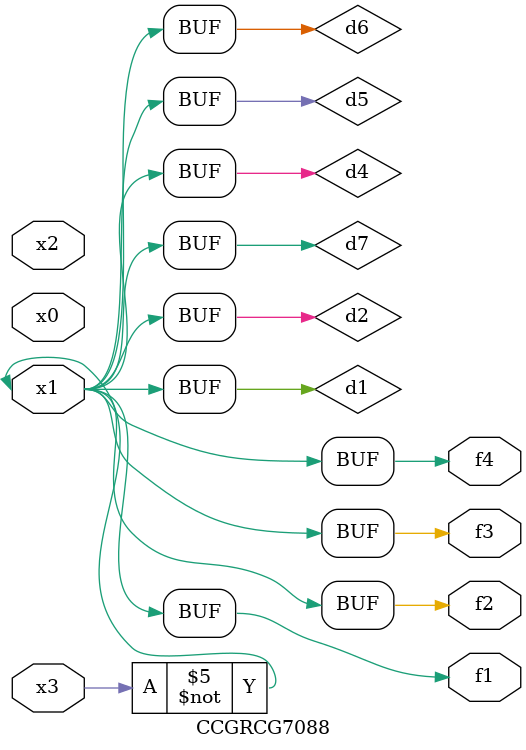
<source format=v>
module CCGRCG7088(
	input x0, x1, x2, x3,
	output f1, f2, f3, f4
);

	wire d1, d2, d3, d4, d5, d6, d7;

	not (d1, x3);
	buf (d2, x1);
	xnor (d3, d1, d2);
	nor (d4, d1);
	buf (d5, d1, d2);
	buf (d6, d4, d5);
	nand (d7, d4);
	assign f1 = d6;
	assign f2 = d7;
	assign f3 = d6;
	assign f4 = d6;
endmodule

</source>
